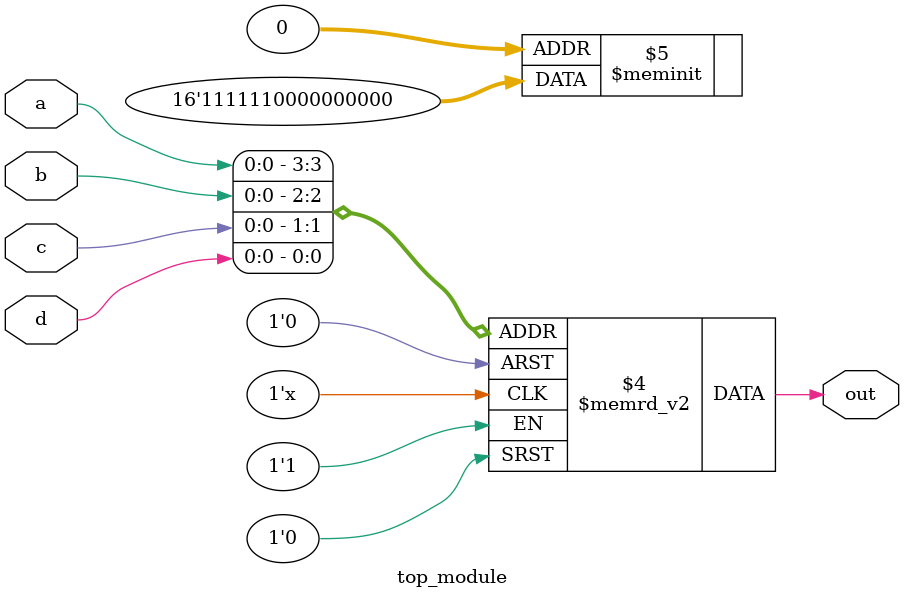
<source format=sv>
module top_module (
	input a, 
	input b,
	input c,
	input d,
	output reg out
);

	always @(*) begin
		case ({a, b, c, d})
			4'b0000: out = 1'b0;
			4'b0001: out = 1'b0;
			4'b0010: out = 1'b0;
			4'b0011: out = 1'b0;
			4'b0100: out = 1'b0;
			4'b0101: out = 1'b0;
			4'b0110: out = 1'b0;
			4'b0111: out = 1'b0;
			4'b1000: out = 1'b0;
			4'b1001: out = 1'b0;
			default: out = 1'b1;
		endcase
	end
endmodule

</source>
